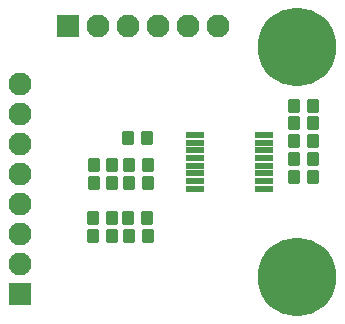
<source format=gts>
G04*
G04 #@! TF.GenerationSoftware,Altium Limited,Altium Designer,24.10.1 (45)*
G04*
G04 Layer_Color=8388736*
%FSLAX25Y25*%
%MOIN*%
G70*
G04*
G04 #@! TF.SameCoordinates,7D61CDC6-73F6-4491-BD7D-58E7267C6A93*
G04*
G04*
G04 #@! TF.FilePolarity,Negative*
G04*
G01*
G75*
G04:AMPARAMS|DCode=17|XSize=49.21mil|YSize=41.34mil|CornerRadius=5.61mil|HoleSize=0mil|Usage=FLASHONLY|Rotation=90.000|XOffset=0mil|YOffset=0mil|HoleType=Round|Shape=RoundedRectangle|*
%AMROUNDEDRECTD17*
21,1,0.04921,0.03012,0,0,90.0*
21,1,0.03799,0.04134,0,0,90.0*
1,1,0.01122,0.01506,0.01900*
1,1,0.01122,0.01506,-0.01900*
1,1,0.01122,-0.01506,-0.01900*
1,1,0.01122,-0.01506,0.01900*
%
%ADD17ROUNDEDRECTD17*%
G04:AMPARAMS|DCode=18|XSize=49.21mil|YSize=41.34mil|CornerRadius=6.5mil|HoleSize=0mil|Usage=FLASHONLY|Rotation=270.000|XOffset=0mil|YOffset=0mil|HoleType=Round|Shape=RoundedRectangle|*
%AMROUNDEDRECTD18*
21,1,0.04921,0.02835,0,0,270.0*
21,1,0.03622,0.04134,0,0,270.0*
1,1,0.01299,-0.01417,-0.01811*
1,1,0.01299,-0.01417,0.01811*
1,1,0.01299,0.01417,0.01811*
1,1,0.01299,0.01417,-0.01811*
%
%ADD18ROUNDEDRECTD18*%
G04:AMPARAMS|DCode=19|XSize=62.99mil|YSize=19.68mil|CornerRadius=3.94mil|HoleSize=0mil|Usage=FLASHONLY|Rotation=0.000|XOffset=0mil|YOffset=0mil|HoleType=Round|Shape=RoundedRectangle|*
%AMROUNDEDRECTD19*
21,1,0.06299,0.01181,0,0,0.0*
21,1,0.05512,0.01968,0,0,0.0*
1,1,0.00787,0.02756,-0.00591*
1,1,0.00787,-0.02756,-0.00591*
1,1,0.00787,-0.02756,0.00591*
1,1,0.00787,0.02756,0.00591*
%
%ADD19ROUNDEDRECTD19*%
%ADD20C,0.07677*%
%ADD21R,0.07677X0.07677*%
%ADD22R,0.07677X0.07677*%
%ADD23C,0.26181*%
D17*
X62205Y62008D02*
D03*
X55905D02*
D03*
X117323Y72835D02*
D03*
X111024D02*
D03*
X117323Y66929D02*
D03*
X111024D02*
D03*
X117323Y61024D02*
D03*
X111024D02*
D03*
X50394Y29528D02*
D03*
X44094D02*
D03*
X50394Y35433D02*
D03*
X44094D02*
D03*
X50591Y47244D02*
D03*
X44291D02*
D03*
X50591Y53150D02*
D03*
X44291D02*
D03*
D18*
X56102Y29528D02*
D03*
X62402D02*
D03*
X55905Y35433D02*
D03*
X62205D02*
D03*
X56102Y47244D02*
D03*
X62402D02*
D03*
X56102Y53150D02*
D03*
X62402D02*
D03*
X111024Y49213D02*
D03*
X117323D02*
D03*
X111024Y55118D02*
D03*
X117323D02*
D03*
D19*
X100984Y63090D02*
D03*
Y60532D02*
D03*
Y57972D02*
D03*
Y55413D02*
D03*
Y52854D02*
D03*
Y50295D02*
D03*
Y47736D02*
D03*
Y45177D02*
D03*
X78150D02*
D03*
Y47736D02*
D03*
Y50295D02*
D03*
Y52854D02*
D03*
Y55413D02*
D03*
Y57972D02*
D03*
Y60532D02*
D03*
Y63090D02*
D03*
D20*
X19685Y80197D02*
D03*
Y70197D02*
D03*
Y30197D02*
D03*
Y20197D02*
D03*
Y40197D02*
D03*
Y50197D02*
D03*
Y60197D02*
D03*
X85630Y99410D02*
D03*
X75630D02*
D03*
X65630D02*
D03*
X45630D02*
D03*
X55630D02*
D03*
D21*
X19685Y10197D02*
D03*
D22*
X35630Y99410D02*
D03*
D23*
X112205Y15748D02*
D03*
Y92520D02*
D03*
M02*

</source>
